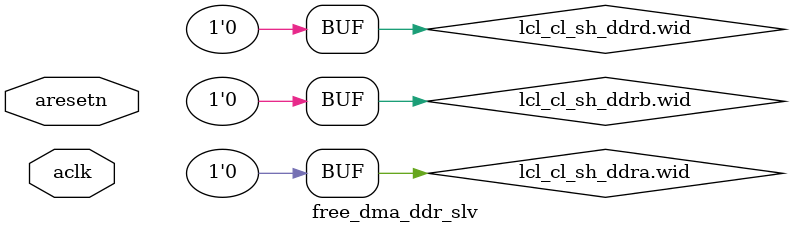
<source format=sv>

module free_dma_ddr_slv
(
  input aclk,
  input aresetn,

  //Input from DMA
  axi_bus_t.master sh_cl_dma_pcis_bus,
  //Input from CL
  axi_bus_t.master cl_axi_mstr_bus,

  //Outputs to DDR
  axi_bus_t.slave lcl_cl_sh_ddra,
  axi_bus_t.slave lcl_cl_sh_ddrb,
  axi_bus_t.slave lcl_cl_sh_ddrd,
  axi_bus_t.slave cl_sh_ddr
);


  //---------------------------------------------------------
  //Internal Signals
  //---------------------------------------------------------
  axi_bus_t sh_cl_dma_pcis_q();
  axi_bus_t lcl_cl_sh_ddra_q();
  axi_bus_t lcl_cl_sh_ddrb_q();
  axi_bus_t lcl_cl_sh_ddrd_q();
  axi_bus_t lcl_cl_sh_ddra_q2();
  axi_bus_t lcl_cl_sh_ddrb_q2();
  axi_bus_t lcl_cl_sh_ddrd_q2();
  axi_bus_t cl_sh_ddr_q();
  axi_bus_t cl_sh_ddr_q2();

  //--------------------------------------------------------
  // Reset logic
  //-------------------------------------------------------
  //Synchronize across SLRs
  (* dont_touch = "true" *) logic slr0_sync_aresetn;
  (* dont_touch = "true" *) logic slr1_sync_aresetn;
  (* dont_touch = "true" *) logic slr2_sync_aresetn;
  lib_pipe #(.WIDTH(1), .STAGES(4)) SLR0_PIPE_RESETN (
    .clk(aclk),
    .rst_n(1'b1),
    .in_bus(aresetn),
    .out_bus(slr0_sync_aresetn)
  );
  lib_pipe #(.WIDTH(1), .STAGES(4)) SLR1_PIPE_RESETN (
    .clk(aclk),
    .rst_n(1'b1),
    .in_bus(aresetn),
    .out_bus(slr1_sync_aresetn)
  );
  lib_pipe #(.WIDTH(1), .STAGES(4)) SLR2_PIPE_RESETN (
    .clk(aclk),
    .rst_n(1'b1),
    .in_bus(aresetn),
    .out_bus(slr2_sync_aresetn)
  );


  //--------------------------------------------------------
  // Flop inputs
  //-------------------------------------------------------
  //
  axi_register_slice PCI_AXI_REG_SLC (
     .aclk          (aclk),
     .aresetn       (slr0_sync_aresetn),
     .s_axi_awid    (sh_cl_dma_pcis_bus.awid),
     .s_axi_awaddr  (sh_cl_dma_pcis_bus.awaddr),
     .s_axi_awlen   (sh_cl_dma_pcis_bus.awlen),
     .s_axi_awvalid (sh_cl_dma_pcis_bus.awvalid),
     .s_axi_awsize  (sh_cl_dma_pcis_bus.awsize),
     .s_axi_awready (sh_cl_dma_pcis_bus.awready),
     .s_axi_wdata   (sh_cl_dma_pcis_bus.wdata),
     .s_axi_wstrb   (sh_cl_dma_pcis_bus.wstrb),
     .s_axi_wlast   (sh_cl_dma_pcis_bus.wlast),
     .s_axi_wvalid  (sh_cl_dma_pcis_bus.wvalid),
     .s_axi_wready  (sh_cl_dma_pcis_bus.wready),
     .s_axi_bid     (sh_cl_dma_pcis_bus.bid),
     .s_axi_bresp   (sh_cl_dma_pcis_bus.bresp),
     .s_axi_bvalid  (sh_cl_dma_pcis_bus.bvalid),
     .s_axi_bready  (sh_cl_dma_pcis_bus.bready),
     .s_axi_arid    (sh_cl_dma_pcis_bus.arid),
     .s_axi_araddr  (sh_cl_dma_pcis_bus.araddr),
     .s_axi_arlen   (sh_cl_dma_pcis_bus.arlen),
     .s_axi_arvalid (sh_cl_dma_pcis_bus.arvalid),
     .s_axi_arsize  (sh_cl_dma_pcis_bus.arsize),
     .s_axi_arready (sh_cl_dma_pcis_bus.arready),
     .s_axi_rid     (sh_cl_dma_pcis_bus.rid),
     .s_axi_rdata   (sh_cl_dma_pcis_bus.rdata),
     .s_axi_rresp   (sh_cl_dma_pcis_bus.rresp),
     .s_axi_rlast   (sh_cl_dma_pcis_bus.rlast),
     .s_axi_rvalid  (sh_cl_dma_pcis_bus.rvalid),
     .s_axi_rready  (sh_cl_dma_pcis_bus.rready),

     .m_axi_awid    (sh_cl_dma_pcis_q.awid),
     .m_axi_awaddr  (sh_cl_dma_pcis_q.awaddr),
     .m_axi_awlen   (sh_cl_dma_pcis_q.awlen),
     .m_axi_awvalid (sh_cl_dma_pcis_q.awvalid),
     .m_axi_awsize  (sh_cl_dma_pcis_q.awsize),
     .m_axi_awready (sh_cl_dma_pcis_q.awready),
     .m_axi_wdata   (sh_cl_dma_pcis_q.wdata),
     .m_axi_wstrb   (sh_cl_dma_pcis_q.wstrb),
     .m_axi_wvalid  (sh_cl_dma_pcis_q.wvalid),
     .m_axi_wlast   (sh_cl_dma_pcis_q.wlast),
     .m_axi_wready  (sh_cl_dma_pcis_q.wready),
     .m_axi_bresp   (sh_cl_dma_pcis_q.bresp),
     .m_axi_bvalid  (sh_cl_dma_pcis_q.bvalid),
     .m_axi_bid     (sh_cl_dma_pcis_q.bid),
     .m_axi_bready  (sh_cl_dma_pcis_q.bready),
     .m_axi_arid    (sh_cl_dma_pcis_q.arid),
     .m_axi_araddr  (sh_cl_dma_pcis_q.araddr),
     .m_axi_arlen   (sh_cl_dma_pcis_q.arlen),
     .m_axi_arsize  (sh_cl_dma_pcis_q.arsize),
     .m_axi_arvalid (sh_cl_dma_pcis_q.arvalid),
     .m_axi_arready (sh_cl_dma_pcis_q.arready),
     .m_axi_rid     (sh_cl_dma_pcis_q.rid),
     .m_axi_rdata   (sh_cl_dma_pcis_q.rdata),
     .m_axi_rresp   (sh_cl_dma_pcis_q.rresp),
     .m_axi_rlast   (sh_cl_dma_pcis_q.rlast),
     .m_axi_rvalid  (sh_cl_dma_pcis_q.rvalid),
     .m_axi_rready  (sh_cl_dma_pcis_q.rready)
  );
  //Tie off unused wires
  assign sh_cl_dma_pcis_q.rid[15:6] = 10'b0 ;
  assign sh_cl_dma_pcis_q.bid[15:6] = 10'b0 ;

  //--------------------------------------------------------
  // AXI crossbar
  //-------------------------------------------------------
  (* dont_touch = "true" *) cl_axi_interconnect DMA_DDR_AXI_CROSSBAR(
    .ACLK(aclk),
    .ARESETN(slr1_sync_aresetn),

    .M00_AXI_araddr(lcl_cl_sh_ddra_q.araddr),
    .M00_AXI_arburst(),
    .M00_AXI_arcache(),
    .M00_AXI_arid(lcl_cl_sh_ddra_q.arid[6:0]),
    .M00_AXI_arlen(lcl_cl_sh_ddra_q.arlen),
    .M00_AXI_arlock(),
    .M00_AXI_arprot(),
    .M00_AXI_arqos(),
    .M00_AXI_arready(lcl_cl_sh_ddra_q.arready),
    .M00_AXI_arregion(),
    .M00_AXI_arsize(lcl_cl_sh_ddra_q.arsize),
    .M00_AXI_arvalid(lcl_cl_sh_ddra_q.arvalid),
    .M00_AXI_awaddr(lcl_cl_sh_ddra_q.awaddr),
    .M00_AXI_awburst(),
    .M00_AXI_awcache(),
    .M00_AXI_awid(lcl_cl_sh_ddra_q.awid[6:0]),
    .M00_AXI_awlen(lcl_cl_sh_ddra_q.awlen),
    .M00_AXI_awlock(),
    .M00_AXI_awprot(),
    .M00_AXI_awqos(),
    .M00_AXI_awready(lcl_cl_sh_ddra_q.awready),
    .M00_AXI_awregion(),
    .M00_AXI_awsize(lcl_cl_sh_ddra_q.awsize),
    .M00_AXI_awvalid(lcl_cl_sh_ddra_q.awvalid),
    .M00_AXI_bid(lcl_cl_sh_ddra_q.bid[6:0]),
    .M00_AXI_bready(lcl_cl_sh_ddra_q.bready),
    .M00_AXI_bresp(lcl_cl_sh_ddra_q.bresp),
    .M00_AXI_bvalid(lcl_cl_sh_ddra_q.bvalid),
    .M00_AXI_rdata(lcl_cl_sh_ddra_q.rdata),
    .M00_AXI_rid(lcl_cl_sh_ddra_q.rid[6:0]),
    .M00_AXI_rlast(lcl_cl_sh_ddra_q.rlast),
    .M00_AXI_rready(lcl_cl_sh_ddra_q.rready),
    .M00_AXI_rresp(lcl_cl_sh_ddra_q.rresp),
    .M00_AXI_rvalid(lcl_cl_sh_ddra_q.rvalid),
    .M00_AXI_wdata(lcl_cl_sh_ddra_q.wdata),
    .M00_AXI_wlast(lcl_cl_sh_ddra_q.wlast),
    .M00_AXI_wready(lcl_cl_sh_ddra_q.wready),
    .M00_AXI_wstrb(lcl_cl_sh_ddra_q.wstrb),
    .M00_AXI_wvalid(lcl_cl_sh_ddra_q.wvalid),

    .M01_AXI_araddr(lcl_cl_sh_ddrb_q.araddr),
    .M01_AXI_arburst(),
    .M01_AXI_arcache(),
    .M01_AXI_arid(lcl_cl_sh_ddrb_q.arid[6:0]),
    .M01_AXI_arlen(lcl_cl_sh_ddrb_q.arlen),
    .M01_AXI_arlock(),
    .M01_AXI_arprot(),
    .M01_AXI_arqos(),
    .M01_AXI_arready(lcl_cl_sh_ddrb_q.arready),
    .M01_AXI_arregion(),
    .M01_AXI_arsize(lcl_cl_sh_ddrb_q.arsize),
    .M01_AXI_arvalid(lcl_cl_sh_ddrb_q.arvalid),
    .M01_AXI_awaddr(lcl_cl_sh_ddrb_q.awaddr),
    .M01_AXI_awburst(),
    .M01_AXI_awcache(),
    .M01_AXI_awid(lcl_cl_sh_ddrb_q.awid[6:0]),
    .M01_AXI_awlen(lcl_cl_sh_ddrb_q.awlen),
    .M01_AXI_awlock(),
    .M01_AXI_awprot(),
    .M01_AXI_awqos(),
    .M01_AXI_awready(lcl_cl_sh_ddrb_q.awready),
    .M01_AXI_awregion(),
    .M01_AXI_awsize(lcl_cl_sh_ddrb_q.awsize),
    .M01_AXI_awvalid(lcl_cl_sh_ddrb_q.awvalid),
    .M01_AXI_bid(lcl_cl_sh_ddrb_q.bid[6:0]),
    .M01_AXI_bready(lcl_cl_sh_ddrb_q.bready),
    .M01_AXI_bresp(lcl_cl_sh_ddrb_q.bresp),
    .M01_AXI_bvalid(lcl_cl_sh_ddrb_q.bvalid),
    .M01_AXI_rdata(lcl_cl_sh_ddrb_q.rdata),
    .M01_AXI_rid(lcl_cl_sh_ddrb_q.rid[6:0]),
    .M01_AXI_rlast(lcl_cl_sh_ddrb_q.rlast),
    .M01_AXI_rready(lcl_cl_sh_ddrb_q.rready),
    .M01_AXI_rresp(lcl_cl_sh_ddrb_q.rresp),
    .M01_AXI_rvalid(lcl_cl_sh_ddrb_q.rvalid),
    .M01_AXI_wdata(lcl_cl_sh_ddrb_q.wdata),
    .M01_AXI_wlast(lcl_cl_sh_ddrb_q.wlast),
    .M01_AXI_wready(lcl_cl_sh_ddrb_q.wready),
    .M01_AXI_wstrb(lcl_cl_sh_ddrb_q.wstrb),
    .M01_AXI_wvalid(lcl_cl_sh_ddrb_q.wvalid),


    .M02_AXI_araddr(cl_sh_ddr_q.araddr),
    .M02_AXI_arburst(),
    .M02_AXI_arcache(),
    .M02_AXI_arid(cl_sh_ddr_q.arid[6:0]),
    .M02_AXI_arlen(cl_sh_ddr_q.arlen),
    .M02_AXI_arlock(),
    .M02_AXI_arprot(),
    .M02_AXI_arqos(),
    .M02_AXI_arready(cl_sh_ddr_q.arready),
    .M02_AXI_arregion(),
    .M02_AXI_arsize(cl_sh_ddr_q.arsize),
    .M02_AXI_arvalid(cl_sh_ddr_q.arvalid),
    .M02_AXI_awaddr(cl_sh_ddr_q.awaddr),
    .M02_AXI_awburst(),
    .M02_AXI_awcache(),
    .M02_AXI_awid(cl_sh_ddr_q.awid[6:0]),
    .M02_AXI_awlen(cl_sh_ddr_q.awlen),
    .M02_AXI_awlock(),
    .M02_AXI_awprot(),
    .M02_AXI_awqos(),
    .M02_AXI_awready(cl_sh_ddr_q.awready),
    .M02_AXI_awregion(),
    .M02_AXI_awsize(cl_sh_ddr_q.awsize),
    .M02_AXI_awvalid(cl_sh_ddr_q.awvalid),
    .M02_AXI_bid(cl_sh_ddr_q.bid[6:0]),
    .M02_AXI_bready(cl_sh_ddr_q.bready),
    .M02_AXI_bresp(cl_sh_ddr_q.bresp),
    .M02_AXI_bvalid(cl_sh_ddr_q.bvalid),
    .M02_AXI_rdata(cl_sh_ddr_q.rdata),
    .M02_AXI_rid(cl_sh_ddr_q.rid[6:0]),
    .M02_AXI_rlast(cl_sh_ddr_q.rlast),
    .M02_AXI_rready(cl_sh_ddr_q.rready),
    .M02_AXI_rresp(cl_sh_ddr_q.rresp),
    .M02_AXI_rvalid(cl_sh_ddr_q.rvalid),
    .M02_AXI_wdata(cl_sh_ddr_q.wdata),
    .M02_AXI_wlast(cl_sh_ddr_q.wlast),
    .M02_AXI_wready(cl_sh_ddr_q.wready),
    .M02_AXI_wstrb(cl_sh_ddr_q.wstrb),
    .M02_AXI_wvalid(cl_sh_ddr_q.wvalid),

    .M03_AXI_araddr(lcl_cl_sh_ddrd_q.araddr),
    .M03_AXI_arburst(),
    .M03_AXI_arcache(),
    .M03_AXI_arid(lcl_cl_sh_ddrd_q.arid[6:0]),
    .M03_AXI_arlen(lcl_cl_sh_ddrd_q.arlen),
    .M03_AXI_arlock(),
    .M03_AXI_arprot(),
    .M03_AXI_arqos(),
    .M03_AXI_arready(lcl_cl_sh_ddrd_q.arready),
    .M03_AXI_arregion(),
    .M03_AXI_arsize(lcl_cl_sh_ddrd_q.arsize),
    .M03_AXI_arvalid(lcl_cl_sh_ddrd_q.arvalid),
    .M03_AXI_awaddr(lcl_cl_sh_ddrd_q.awaddr),
    .M03_AXI_awburst(),
    .M03_AXI_awcache(),
    .M03_AXI_awid(lcl_cl_sh_ddrd_q.awid[6:0]),
    .M03_AXI_awlen(lcl_cl_sh_ddrd_q.awlen),
    .M03_AXI_awlock(),
    .M03_AXI_awprot(),
    .M03_AXI_awqos(),
    .M03_AXI_awready(lcl_cl_sh_ddrd_q.awready),
    .M03_AXI_awregion(),
    .M03_AXI_awsize(lcl_cl_sh_ddrd_q.awsize),
    .M03_AXI_awvalid(lcl_cl_sh_ddrd_q.awvalid),
    .M03_AXI_bid(lcl_cl_sh_ddrd_q.bid[6:0]),
    .M03_AXI_bready(lcl_cl_sh_ddrd_q.bready),
    .M03_AXI_bresp(lcl_cl_sh_ddrd_q.bresp),
    .M03_AXI_bvalid(lcl_cl_sh_ddrd_q.bvalid),
    .M03_AXI_rdata(lcl_cl_sh_ddrd_q.rdata),
    .M03_AXI_rid(lcl_cl_sh_ddrd_q.rid[6:0]),
    .M03_AXI_rlast(lcl_cl_sh_ddrd_q.rlast),
    .M03_AXI_rready(lcl_cl_sh_ddrd_q.rready),
    .M03_AXI_rresp(lcl_cl_sh_ddrd_q.rresp),
    .M03_AXI_rvalid(lcl_cl_sh_ddrd_q.rvalid),
    .M03_AXI_wdata(lcl_cl_sh_ddrd_q.wdata),
    .M03_AXI_wlast(lcl_cl_sh_ddrd_q.wlast),
    .M03_AXI_wready(lcl_cl_sh_ddrd_q.wready),
    .M03_AXI_wstrb(lcl_cl_sh_ddrd_q.wstrb),
    .M03_AXI_wvalid(lcl_cl_sh_ddrd_q.wvalid),



    .S00_AXI_araddr({sh_cl_dma_pcis_q.araddr[63:37], 1'b0, sh_cl_dma_pcis_q.araddr[35:0]}),
    .S00_AXI_arburst(2'b1),
    .S00_AXI_arcache(4'b11),
    .S00_AXI_arid(sh_cl_dma_pcis_q.arid[5:0]),
    .S00_AXI_arlen(sh_cl_dma_pcis_q.arlen),
    .S00_AXI_arlock(1'b0),
    .S00_AXI_arprot(3'b10),
    .S00_AXI_arqos(4'b0),
    .S00_AXI_arready(sh_cl_dma_pcis_q.arready),
    .S00_AXI_arregion(4'b0),
    .S00_AXI_arsize(sh_cl_dma_pcis_q.arsize),
    .S00_AXI_arvalid(sh_cl_dma_pcis_q.arvalid),
    .S00_AXI_awaddr({sh_cl_dma_pcis_q.awaddr[63:37], 1'b0, sh_cl_dma_pcis_q.awaddr[35:0]}),
    .S00_AXI_awburst(2'b1),
    .S00_AXI_awcache(4'b11),
    .S00_AXI_awid(sh_cl_dma_pcis_q.awid[5:0]),
    .S00_AXI_awlen(sh_cl_dma_pcis_q.awlen),
    .S00_AXI_awlock(1'b0),
    .S00_AXI_awprot(3'b10),
    .S00_AXI_awqos(4'b0),
    .S00_AXI_awready(sh_cl_dma_pcis_q.awready),
    .S00_AXI_awregion(4'b0),
    .S00_AXI_awsize(sh_cl_dma_pcis_q.awsize),
    .S00_AXI_awvalid(sh_cl_dma_pcis_q.awvalid),
    .S00_AXI_bid(sh_cl_dma_pcis_q.bid[5:0]),
    .S00_AXI_bready(sh_cl_dma_pcis_q.bready),
    .S00_AXI_bresp(sh_cl_dma_pcis_q.bresp),
    .S00_AXI_bvalid(sh_cl_dma_pcis_q.bvalid),
    .S00_AXI_rdata(sh_cl_dma_pcis_q.rdata),
    .S00_AXI_rid(sh_cl_dma_pcis_q.rid[5:0]),
    .S00_AXI_rlast(sh_cl_dma_pcis_q.rlast),
    .S00_AXI_rready(sh_cl_dma_pcis_q.rready),
    .S00_AXI_rresp(sh_cl_dma_pcis_q.rresp),
    .S00_AXI_rvalid(sh_cl_dma_pcis_q.rvalid),
    .S00_AXI_wdata(sh_cl_dma_pcis_q.wdata),
    .S00_AXI_wlast(sh_cl_dma_pcis_q.wlast),
    .S00_AXI_wready(sh_cl_dma_pcis_q.wready),
    .S00_AXI_wstrb(sh_cl_dma_pcis_q.wstrb),
    .S00_AXI_wvalid(sh_cl_dma_pcis_q.wvalid),

    .S01_AXI_araddr({cl_axi_mstr_bus.araddr[63:37], 1'b0, cl_axi_mstr_bus.araddr[35:0]}),
    .S01_AXI_arburst(2'b1),
    .S01_AXI_arcache(4'b11),
    .S01_AXI_arid(cl_axi_mstr_bus.arid[5:0]),
    .S01_AXI_arlen(cl_axi_mstr_bus.arlen),
    .S01_AXI_arlock(1'b0),
    .S01_AXI_arprot(3'b10),
    .S01_AXI_arqos(4'b0),
    .S01_AXI_arready(cl_axi_mstr_bus.arready),
    .S01_AXI_arregion(4'b0),
    .S01_AXI_arsize(cl_axi_mstr_bus.arsize),
    .S01_AXI_arvalid(cl_axi_mstr_bus.arvalid),
    .S01_AXI_awaddr({cl_axi_mstr_bus.awaddr[63:37], 1'b0, cl_axi_mstr_bus.awaddr[35:0]}),
    .S01_AXI_awburst(2'b1),
    .S01_AXI_awcache(4'b11),
    .S01_AXI_awid(cl_axi_mstr_bus.awid[5:0]),
    .S01_AXI_awlen(cl_axi_mstr_bus.awlen),
    .S01_AXI_awlock(1'b0),
    .S01_AXI_awprot(3'b10),
    .S01_AXI_awqos(4'b0),
    .S01_AXI_awready(cl_axi_mstr_bus.awready),
    .S01_AXI_awregion(4'b0),
    .S01_AXI_awsize(cl_axi_mstr_bus.awsize),
    .S01_AXI_awvalid(cl_axi_mstr_bus.awvalid),
    .S01_AXI_bid(cl_axi_mstr_bus.bid[5:0]),
    .S01_AXI_bready(cl_axi_mstr_bus.bready),
    .S01_AXI_bresp(cl_axi_mstr_bus.bresp),
    .S01_AXI_bvalid(cl_axi_mstr_bus.bvalid),
    .S01_AXI_rdata(cl_axi_mstr_bus.rdata),
    .S01_AXI_rid(cl_axi_mstr_bus.rid[5:0]),
    .S01_AXI_rlast(cl_axi_mstr_bus.rlast),
    .S01_AXI_rready(cl_axi_mstr_bus.rready),
    .S01_AXI_rresp(cl_axi_mstr_bus.rresp),
    .S01_AXI_rvalid(cl_axi_mstr_bus.rvalid),
    .S01_AXI_wdata(cl_axi_mstr_bus.wdata),
    .S01_AXI_wlast(cl_axi_mstr_bus.wlast),
    .S01_AXI_wready(cl_axi_mstr_bus.wready),
    .S01_AXI_wstrb(cl_axi_mstr_bus.wstrb),
    .S01_AXI_wvalid(cl_axi_mstr_bus.wvalid)
  );


  //----------------------------------------------
  //DDR A output flops
  //----------------------------------------------
  src_register_slice DDR_A_AXI4_REG_SLC_1 (
    .aclk           (aclk),
    .aresetn        (slr1_sync_aresetn),
    .s_axi_awid     (lcl_cl_sh_ddra_q.awid),
    .s_axi_awaddr   ({lcl_cl_sh_ddra_q.awaddr[63:36], 2'b0, lcl_cl_sh_ddra_q.awaddr[33:0]}),
    .s_axi_awlen    (lcl_cl_sh_ddra_q.awlen),
    .s_axi_awsize   (lcl_cl_sh_ddra_q.awsize),
    .s_axi_awburst  (2'b1),
    .s_axi_awlock   (1'b0),
    .s_axi_awcache  (4'b11),
    .s_axi_awprot   (3'b10),
    .s_axi_awregion (4'b0),
    .s_axi_awqos    (4'b0),
    .s_axi_awvalid  (lcl_cl_sh_ddra_q.awvalid),
    .s_axi_awready  (lcl_cl_sh_ddra_q.awready),
    .s_axi_wdata    (lcl_cl_sh_ddra_q.wdata),
    .s_axi_wstrb    (lcl_cl_sh_ddra_q.wstrb),
    .s_axi_wlast    (lcl_cl_sh_ddra_q.wlast),
    .s_axi_wvalid   (lcl_cl_sh_ddra_q.wvalid),
    .s_axi_wready   (lcl_cl_sh_ddra_q.wready),
    .s_axi_bid      (lcl_cl_sh_ddra_q.bid),
    .s_axi_bresp    (lcl_cl_sh_ddra_q.bresp),
    .s_axi_bvalid   (lcl_cl_sh_ddra_q.bvalid),
    .s_axi_bready   (lcl_cl_sh_ddra_q.bready),
    .s_axi_arid     (lcl_cl_sh_ddra_q.arid),
    .s_axi_araddr   ({lcl_cl_sh_ddra_q.araddr[63:36], 2'b0, lcl_cl_sh_ddra_q.araddr[33:0]}),
    .s_axi_arlen    (lcl_cl_sh_ddra_q.arlen),
    .s_axi_arsize   (lcl_cl_sh_ddra_q.arsize),
    .s_axi_arburst  (2'b1),
    .s_axi_arlock   (1'b0),
    .s_axi_arcache  (4'b11),
    .s_axi_arprot   (3'b10),
    .s_axi_arregion (4'b0),
    .s_axi_arqos    (4'b0),
    .s_axi_arvalid  (lcl_cl_sh_ddra_q.arvalid),
    .s_axi_arready  (lcl_cl_sh_ddra_q.arready),
    .s_axi_rid      (lcl_cl_sh_ddra_q.rid),
    .s_axi_rdata    (lcl_cl_sh_ddra_q.rdata),
    .s_axi_rresp    (lcl_cl_sh_ddra_q.rresp),
    .s_axi_rlast    (lcl_cl_sh_ddra_q.rlast),
    .s_axi_rvalid   (lcl_cl_sh_ddra_q.rvalid),
    .s_axi_rready   (lcl_cl_sh_ddra_q.rready),
    .m_axi_awid     (lcl_cl_sh_ddra_q2.awid),
    .m_axi_awaddr   (lcl_cl_sh_ddra_q2.awaddr),
    .m_axi_awlen    (lcl_cl_sh_ddra_q2.awlen),
    .m_axi_awsize   (lcl_cl_sh_ddra_q2.awsize),
    .m_axi_awburst  (),
    .m_axi_awlock   (),
    .m_axi_awcache  (),
    .m_axi_awprot   (),
    .m_axi_awregion (),
    .m_axi_awqos    (),
    .m_axi_awvalid  (lcl_cl_sh_ddra_q2.awvalid),
    .m_axi_awready  (lcl_cl_sh_ddra_q2.awready),
    .m_axi_wdata    (lcl_cl_sh_ddra_q2.wdata),
    .m_axi_wstrb    (lcl_cl_sh_ddra_q2.wstrb),
    .m_axi_wlast    (lcl_cl_sh_ddra_q2.wlast),
    .m_axi_wvalid   (lcl_cl_sh_ddra_q2.wvalid),
    .m_axi_wready   (lcl_cl_sh_ddra_q2.wready),
    .m_axi_bid      (lcl_cl_sh_ddra_q2.bid),
    .m_axi_bresp    (lcl_cl_sh_ddra_q2.bresp),
    .m_axi_bvalid   (lcl_cl_sh_ddra_q2.bvalid),
    .m_axi_bready   (lcl_cl_sh_ddra_q2.bready),
    .m_axi_arid     (lcl_cl_sh_ddra_q2.arid),
    .m_axi_araddr   (lcl_cl_sh_ddra_q2.araddr),
    .m_axi_arlen    (lcl_cl_sh_ddra_q2.arlen),
    .m_axi_arsize   (lcl_cl_sh_ddra_q2.arsize),
    .m_axi_arburst  (),
    .m_axi_arlock   (),
    .m_axi_arcache  (),
    .m_axi_arprot   (),
    .m_axi_arregion (),
    .m_axi_arqos    (),
    .m_axi_arvalid  (lcl_cl_sh_ddra_q2.arvalid),
    .m_axi_arready  (lcl_cl_sh_ddra_q2.arready),
    .m_axi_rid      (lcl_cl_sh_ddra_q2.rid),
    .m_axi_rdata    (lcl_cl_sh_ddra_q2.rdata),
    .m_axi_rresp    (lcl_cl_sh_ddra_q2.rresp),
    .m_axi_rlast    (lcl_cl_sh_ddra_q2.rlast),
    .m_axi_rvalid   (lcl_cl_sh_ddra_q2.rvalid),
    .m_axi_rready   (lcl_cl_sh_ddra_q2.rready)
  );
  dest_register_slice DDR_A_AXI4_REG_SLC_2 (
    .aclk           (aclk),
    .aresetn        (slr2_sync_aresetn),
    .s_axi_awid     (lcl_cl_sh_ddra_q2.awid),
    .s_axi_awaddr   (lcl_cl_sh_ddra_q2.awaddr),
    .s_axi_awlen    (lcl_cl_sh_ddra_q2.awlen),
    .s_axi_awsize   (lcl_cl_sh_ddra_q2.awsize),
    .s_axi_awburst  (2'b1),
    .s_axi_awlock   (1'b0),
    .s_axi_awcache  (4'b11),
    .s_axi_awprot   (3'b10),
    .s_axi_awregion (4'b0),
    .s_axi_awqos    (4'b0),
    .s_axi_awvalid  (lcl_cl_sh_ddra_q2.awvalid),
    .s_axi_awready  (lcl_cl_sh_ddra_q2.awready),
    .s_axi_wdata    (lcl_cl_sh_ddra_q2.wdata),
    .s_axi_wstrb    (lcl_cl_sh_ddra_q2.wstrb),
    .s_axi_wlast    (lcl_cl_sh_ddra_q2.wlast),
    .s_axi_wvalid   (lcl_cl_sh_ddra_q2.wvalid),
    .s_axi_wready   (lcl_cl_sh_ddra_q2.wready),
    .s_axi_bid      (lcl_cl_sh_ddra_q2.bid),
    .s_axi_bresp    (lcl_cl_sh_ddra_q2.bresp),
    .s_axi_bvalid   (lcl_cl_sh_ddra_q2.bvalid),
    .s_axi_bready   (lcl_cl_sh_ddra_q2.bready),
    .s_axi_arid     (lcl_cl_sh_ddra_q2.arid),
    .s_axi_araddr   (lcl_cl_sh_ddra_q2.araddr),
    .s_axi_arlen    (lcl_cl_sh_ddra_q2.arlen),
    .s_axi_arsize   (lcl_cl_sh_ddra_q2.arsize),
    .s_axi_arburst  (2'b1),
    .s_axi_arlock   (1'b0),
    .s_axi_arcache  (4'b11),
    .s_axi_arprot   (3'b10),
    .s_axi_arregion (4'b0),
    .s_axi_arqos    (4'b0),
    .s_axi_arvalid  (lcl_cl_sh_ddra_q2.arvalid),
    .s_axi_arready  (lcl_cl_sh_ddra_q2.arready),
    .s_axi_rid      (lcl_cl_sh_ddra_q2.rid),
    .s_axi_rdata    (lcl_cl_sh_ddra_q2.rdata),
    .s_axi_rresp    (lcl_cl_sh_ddra_q2.rresp),
    .s_axi_rlast    (lcl_cl_sh_ddra_q2.rlast),
    .s_axi_rvalid   (lcl_cl_sh_ddra_q2.rvalid),
    .s_axi_rready   (lcl_cl_sh_ddra_q2.rready),
    .m_axi_awid     (lcl_cl_sh_ddra.awid[6:0]),
    .m_axi_awaddr   (lcl_cl_sh_ddra.awaddr),
    .m_axi_awlen    (lcl_cl_sh_ddra.awlen),
    .m_axi_awsize   (lcl_cl_sh_ddra.awsize),
    .m_axi_awburst  (),
    .m_axi_awlock   (),
    .m_axi_awcache  (),
    .m_axi_awprot   (),
    .m_axi_awregion (),
    .m_axi_awqos    (),
    .m_axi_awvalid  (lcl_cl_sh_ddra.awvalid),
    .m_axi_awready  (lcl_cl_sh_ddra.awready),
    .m_axi_wdata    (lcl_cl_sh_ddra.wdata),
    .m_axi_wstrb    (lcl_cl_sh_ddra.wstrb),
    .m_axi_wlast    (lcl_cl_sh_ddra.wlast),
    .m_axi_wvalid   (lcl_cl_sh_ddra.wvalid),
    .m_axi_wready   (lcl_cl_sh_ddra.wready),
    .m_axi_bid      (lcl_cl_sh_ddra.bid),
    .m_axi_bresp    (lcl_cl_sh_ddra.bresp),
    .m_axi_bvalid   (lcl_cl_sh_ddra.bvalid),
    .m_axi_bready   (lcl_cl_sh_ddra.bready),
    .m_axi_arid     (lcl_cl_sh_ddra.arid[6:0]),
    .m_axi_araddr   (lcl_cl_sh_ddra.araddr),
    .m_axi_arlen    (lcl_cl_sh_ddra.arlen),
    .m_axi_arsize   (lcl_cl_sh_ddra.arsize),
    .m_axi_arburst  (),
    .m_axi_arlock   (),
    .m_axi_arcache  (),
    .m_axi_arprot   (),
    .m_axi_arregion (),
    .m_axi_arqos    (),
    .m_axi_arvalid  (lcl_cl_sh_ddra.arvalid),
    .m_axi_arready  (lcl_cl_sh_ddra.arready),
    .m_axi_rid      (lcl_cl_sh_ddra.rid),
    .m_axi_rdata    (lcl_cl_sh_ddra.rdata),
    .m_axi_rresp    (lcl_cl_sh_ddra.rresp),
    .m_axi_rlast    (lcl_cl_sh_ddra.rlast),
    .m_axi_rvalid   (lcl_cl_sh_ddra.rvalid),
    .m_axi_rready   (lcl_cl_sh_ddra.rready)
  );
  assign lcl_cl_sh_ddra.awid[15:7] = 9'b0;
  assign lcl_cl_sh_ddra.wid = 16'b0;
  assign lcl_cl_sh_ddra.arid[15:7] = 9'b0;

  //----------------------------------------------
  //DDR B output flops
  //----------------------------------------------
  src_register_slice DDR_B_AXI4_REG_SLC_1 (
    .aclk           (aclk),
    .aresetn        (slr1_sync_aresetn),
    .s_axi_awid     (lcl_cl_sh_ddrb_q.awid),
    .s_axi_awaddr   ({lcl_cl_sh_ddrb_q.awaddr[63:36], 2'b0, lcl_cl_sh_ddrb_q.awaddr[33:0]}),
    .s_axi_awlen    (lcl_cl_sh_ddrb_q.awlen),
    .s_axi_awsize   (lcl_cl_sh_ddrb_q.awsize),
    .s_axi_awburst  (2'b1),
    .s_axi_awlock   (1'b0),
    .s_axi_awcache  (4'b11),
    .s_axi_awprot   (3'b10),
    .s_axi_awregion (4'b0),
    .s_axi_awqos    (4'b0),
    .s_axi_awvalid  (lcl_cl_sh_ddrb_q.awvalid),
    .s_axi_awready  (lcl_cl_sh_ddrb_q.awready),
    .s_axi_wdata    (lcl_cl_sh_ddrb_q.wdata),
    .s_axi_wstrb    (lcl_cl_sh_ddrb_q.wstrb),
    .s_axi_wlast    (lcl_cl_sh_ddrb_q.wlast),
    .s_axi_wvalid   (lcl_cl_sh_ddrb_q.wvalid),
    .s_axi_wready   (lcl_cl_sh_ddrb_q.wready),
    .s_axi_bid      (lcl_cl_sh_ddrb_q.bid),
    .s_axi_bresp    (lcl_cl_sh_ddrb_q.bresp),
    .s_axi_bvalid   (lcl_cl_sh_ddrb_q.bvalid),
    .s_axi_bready   (lcl_cl_sh_ddrb_q.bready),
    .s_axi_arid     (lcl_cl_sh_ddrb_q.arid),
    .s_axi_araddr   ({lcl_cl_sh_ddrb_q.araddr[63:36], 2'b0, lcl_cl_sh_ddrb_q.araddr[33:0]}),
    .s_axi_arlen    (lcl_cl_sh_ddrb_q.arlen),
    .s_axi_arsize   (lcl_cl_sh_ddrb_q.arsize),
    .s_axi_arburst  (2'b1),
    .s_axi_arlock   (1'b0),
    .s_axi_arcache  (4'b11),
    .s_axi_arprot   (3'b10),
    .s_axi_arregion (4'b0),
    .s_axi_arqos    (4'b0),
    .s_axi_arvalid  (lcl_cl_sh_ddrb_q.arvalid),
    .s_axi_arready  (lcl_cl_sh_ddrb_q.arready),
    .s_axi_rid      (lcl_cl_sh_ddrb_q.rid),
    .s_axi_rdata    (lcl_cl_sh_ddrb_q.rdata),
    .s_axi_rresp    (lcl_cl_sh_ddrb_q.rresp),
    .s_axi_rlast    (lcl_cl_sh_ddrb_q.rlast),
    .s_axi_rvalid   (lcl_cl_sh_ddrb_q.rvalid),
    .s_axi_rready   (lcl_cl_sh_ddrb_q.rready),
    .m_axi_awid     (lcl_cl_sh_ddrb_q2.awid),
    .m_axi_awaddr   (lcl_cl_sh_ddrb_q2.awaddr),
    .m_axi_awlen    (lcl_cl_sh_ddrb_q2.awlen),
    .m_axi_awsize   (lcl_cl_sh_ddrb_q2.awsize),
    .m_axi_awburst  (),
    .m_axi_awlock   (),
    .m_axi_awcache  (),
    .m_axi_awprot   (),
    .m_axi_awregion (),
    .m_axi_awqos    (),
    .m_axi_awvalid  (lcl_cl_sh_ddrb_q2.awvalid),
    .m_axi_awready  (lcl_cl_sh_ddrb_q2.awready),
    .m_axi_wdata    (lcl_cl_sh_ddrb_q2.wdata),
    .m_axi_wstrb    (lcl_cl_sh_ddrb_q2.wstrb),
    .m_axi_wlast    (lcl_cl_sh_ddrb_q2.wlast),
    .m_axi_wvalid   (lcl_cl_sh_ddrb_q2.wvalid),
    .m_axi_wready   (lcl_cl_sh_ddrb_q2.wready),
    .m_axi_bid      (lcl_cl_sh_ddrb_q2.bid),
    .m_axi_bresp    (lcl_cl_sh_ddrb_q2.bresp),
    .m_axi_bvalid   (lcl_cl_sh_ddrb_q2.bvalid),
    .m_axi_bready   (lcl_cl_sh_ddrb_q2.bready),
    .m_axi_arid     (lcl_cl_sh_ddrb_q2.arid),
    .m_axi_araddr   (lcl_cl_sh_ddrb_q2.araddr),
    .m_axi_arlen    (lcl_cl_sh_ddrb_q2.arlen),
    .m_axi_arsize   (lcl_cl_sh_ddrb_q2.arsize),
    .m_axi_arburst  (),
    .m_axi_arlock   (),
    .m_axi_arcache  (),
    .m_axi_arprot   (),
    .m_axi_arregion (),
    .m_axi_arqos    (),
    .m_axi_arvalid  (lcl_cl_sh_ddrb_q2.arvalid),
    .m_axi_arready  (lcl_cl_sh_ddrb_q2.arready),
    .m_axi_rid      (lcl_cl_sh_ddrb_q2.rid),
    .m_axi_rdata    (lcl_cl_sh_ddrb_q2.rdata),
    .m_axi_rresp    (lcl_cl_sh_ddrb_q2.rresp),
    .m_axi_rlast    (lcl_cl_sh_ddrb_q2.rlast),
    .m_axi_rvalid   (lcl_cl_sh_ddrb_q2.rvalid),
    .m_axi_rready   (lcl_cl_sh_ddrb_q2.rready)
  );
  dest_register_slice DDR_B_AXI4_REG_SLC_2 (
    .aclk           (aclk),
    .aresetn        (slr2_sync_aresetn),
    .s_axi_awid     (lcl_cl_sh_ddrb_q2.awid),
    .s_axi_awaddr   (lcl_cl_sh_ddrb_q2.awaddr),
    .s_axi_awlen    (lcl_cl_sh_ddrb_q2.awlen),
    .s_axi_awsize   (lcl_cl_sh_ddrb_q2.awsize),
    .s_axi_awburst  (2'b1),
    .s_axi_awlock   (1'b0),
    .s_axi_awcache  (4'b11),
    .s_axi_awprot   (3'b10),
    .s_axi_awregion (4'b0),
    .s_axi_awqos    (4'b0),
    .s_axi_awvalid  (lcl_cl_sh_ddrb_q2.awvalid),
    .s_axi_awready  (lcl_cl_sh_ddrb_q2.awready),
    .s_axi_wdata    (lcl_cl_sh_ddrb_q2.wdata),
    .s_axi_wstrb    (lcl_cl_sh_ddrb_q2.wstrb),
    .s_axi_wlast    (lcl_cl_sh_ddrb_q2.wlast),
    .s_axi_wvalid   (lcl_cl_sh_ddrb_q2.wvalid),
    .s_axi_wready   (lcl_cl_sh_ddrb_q2.wready),
    .s_axi_bid      (lcl_cl_sh_ddrb_q2.bid),
    .s_axi_bresp    (lcl_cl_sh_ddrb_q2.bresp),
    .s_axi_bvalid   (lcl_cl_sh_ddrb_q2.bvalid),
    .s_axi_bready   (lcl_cl_sh_ddrb_q2.bready),
    .s_axi_arid     (lcl_cl_sh_ddrb_q2.arid),
    .s_axi_araddr   (lcl_cl_sh_ddrb_q2.araddr),
    .s_axi_arlen    (lcl_cl_sh_ddrb_q2.arlen),
    .s_axi_arsize   (lcl_cl_sh_ddrb_q2.arsize),
    .s_axi_arburst  (2'b1),
    .s_axi_arlock   (1'b0),
    .s_axi_arcache  (4'b11),
    .s_axi_arprot   (3'b10),
    .s_axi_arregion (4'b0),
    .s_axi_arqos    (4'b0),
    .s_axi_arvalid  (lcl_cl_sh_ddrb_q2.arvalid),
    .s_axi_arready  (lcl_cl_sh_ddrb_q2.arready),
    .s_axi_rid      (lcl_cl_sh_ddrb_q2.rid),
    .s_axi_rdata    (lcl_cl_sh_ddrb_q2.rdata),
    .s_axi_rresp    (lcl_cl_sh_ddrb_q2.rresp),
    .s_axi_rlast    (lcl_cl_sh_ddrb_q2.rlast),
    .s_axi_rvalid   (lcl_cl_sh_ddrb_q2.rvalid),
    .s_axi_rready   (lcl_cl_sh_ddrb_q2.rready),
    .m_axi_awid     (lcl_cl_sh_ddrb.awid[6:0]),
    .m_axi_awaddr   (lcl_cl_sh_ddrb.awaddr),
    .m_axi_awlen    (lcl_cl_sh_ddrb.awlen),
    .m_axi_awsize   (lcl_cl_sh_ddrb.awsize),
    .m_axi_awburst  (),
    .m_axi_awlock   (),
    .m_axi_awcache  (),
    .m_axi_awprot   (),
    .m_axi_awregion (),
    .m_axi_awqos    (),
    .m_axi_awvalid  (lcl_cl_sh_ddrb.awvalid),
    .m_axi_awready  (lcl_cl_sh_ddrb.awready),
    .m_axi_wdata    (lcl_cl_sh_ddrb.wdata),
    .m_axi_wstrb    (lcl_cl_sh_ddrb.wstrb),
    .m_axi_wlast    (lcl_cl_sh_ddrb.wlast),
    .m_axi_wvalid   (lcl_cl_sh_ddrb.wvalid),
    .m_axi_wready   (lcl_cl_sh_ddrb.wready),
    .m_axi_bid      (lcl_cl_sh_ddrb.bid),
    .m_axi_bresp    (lcl_cl_sh_ddrb.bresp),
    .m_axi_bvalid   (lcl_cl_sh_ddrb.bvalid),
    .m_axi_bready   (lcl_cl_sh_ddrb.bready),
    .m_axi_arid     (lcl_cl_sh_ddrb.arid[6:0]),
    .m_axi_araddr   (lcl_cl_sh_ddrb.araddr),
    .m_axi_arlen    (lcl_cl_sh_ddrb.arlen),
    .m_axi_arsize   (lcl_cl_sh_ddrb.arsize),
    .m_axi_arburst  (),
    .m_axi_arlock   (),
    .m_axi_arcache  (),
    .m_axi_arprot   (),
    .m_axi_arregion (),
    .m_axi_arqos    (),
    .m_axi_arvalid  (lcl_cl_sh_ddrb.arvalid),
    .m_axi_arready  (lcl_cl_sh_ddrb.arready),
    .m_axi_rid      (lcl_cl_sh_ddrb.rid),
    .m_axi_rdata    (lcl_cl_sh_ddrb.rdata),
    .m_axi_rresp    (lcl_cl_sh_ddrb.rresp),
    .m_axi_rlast    (lcl_cl_sh_ddrb.rlast),
    .m_axi_rvalid   (lcl_cl_sh_ddrb.rvalid),
    .m_axi_rready   (lcl_cl_sh_ddrb.rready)
  );
  assign lcl_cl_sh_ddrb.awid[15:7] = 9'b0;
  assign lcl_cl_sh_ddrb.wid = 16'b0;
  assign lcl_cl_sh_ddrb.arid[15:7] = 9'b0;

  //----------------------------------------------
  //DDR C output flops
  //----------------------------------------------
  axi_register_slice DDR_C_AXI4_REG_SLC_1 (
    .aclk           (aclk),
    .aresetn        (slr1_sync_aresetn),
    .s_axi_awid     (cl_sh_ddr_q.awid),
    .s_axi_awaddr   ({cl_sh_ddr_q.awaddr[63:36], 2'b0, cl_sh_ddr_q.awaddr[33:0]}),
    .s_axi_awlen    (cl_sh_ddr_q.awlen),
    .s_axi_awsize   (cl_sh_ddr_q.awsize),
    //.s_axi_awburst  (2'b1),
    //.s_axi_awlock   (1'b0),
    //.s_axi_awcache  (4'b11),
    //.s_axi_awprot   (3'b10),
    //.s_axi_awregion (4'b0),
    //.s_axi_awqos    (4'b0),
    .s_axi_awvalid  (cl_sh_ddr_q.awvalid),
    .s_axi_awready  (cl_sh_ddr_q.awready),
    .s_axi_wdata    (cl_sh_ddr_q.wdata),
    .s_axi_wstrb    (cl_sh_ddr_q.wstrb),
    .s_axi_wlast    (cl_sh_ddr_q.wlast),
    .s_axi_wvalid   (cl_sh_ddr_q.wvalid),
    .s_axi_wready   (cl_sh_ddr_q.wready),
    .s_axi_bid      (cl_sh_ddr_q.bid),
    .s_axi_bresp    (cl_sh_ddr_q.bresp),
    .s_axi_bvalid   (cl_sh_ddr_q.bvalid),
    .s_axi_bready   (cl_sh_ddr_q.bready),
    .s_axi_arid     (cl_sh_ddr_q.arid),
    .s_axi_araddr   ({cl_sh_ddr_q.araddr[63:36], 2'b0, cl_sh_ddr_q.araddr[33:0]}),
    .s_axi_arlen    (cl_sh_ddr_q.arlen),
    .s_axi_arsize   (cl_sh_ddr_q.arsize),
    //.s_axi_arburst  (2'b1),
    //.s_axi_arlock   (1'b0),
    //.s_axi_arcache  (4'b11),
    //.s_axi_arprot   (3'b10),
    //.s_axi_arregion (4'b0),
    //.s_axi_arqos    (4'b0),
    .s_axi_arvalid  (cl_sh_ddr_q.arvalid),
    .s_axi_arready  (cl_sh_ddr_q.arready),
    .s_axi_rid      (cl_sh_ddr_q.rid),
    .s_axi_rdata    (cl_sh_ddr_q.rdata),
    .s_axi_rresp    (cl_sh_ddr_q.rresp),
    .s_axi_rlast    (cl_sh_ddr_q.rlast),
    .s_axi_rvalid   (cl_sh_ddr_q.rvalid),
    .s_axi_rready   (cl_sh_ddr_q.rready),
    .m_axi_awid     (cl_sh_ddr_q2.awid),
    .m_axi_awaddr   (cl_sh_ddr_q2.awaddr),
    .m_axi_awlen    (cl_sh_ddr_q2.awlen),
    .m_axi_awsize   (cl_sh_ddr_q2.awsize),
    //.m_axi_awburst  (),
    //.m_axi_awlock   (),
    //.m_axi_awcache  (),
    //.m_axi_awprot   (),
    //.m_axi_awregion (),
    //.m_axi_awqos    (),
    .m_axi_awvalid  (cl_sh_ddr_q2.awvalid),
    .m_axi_awready  (cl_sh_ddr_q2.awready),
    .m_axi_wdata    (cl_sh_ddr_q2.wdata),
    .m_axi_wstrb    (cl_sh_ddr_q2.wstrb),
    .m_axi_wlast    (cl_sh_ddr_q2.wlast),
    .m_axi_wvalid   (cl_sh_ddr_q2.wvalid),
    .m_axi_wready   (cl_sh_ddr_q2.wready),
    .m_axi_bid      (cl_sh_ddr_q2.bid),
    .m_axi_bresp    (cl_sh_ddr_q2.bresp),
    .m_axi_bvalid   (cl_sh_ddr_q2.bvalid),
    .m_axi_bready   (cl_sh_ddr_q2.bready),
    .m_axi_arid     (cl_sh_ddr_q2.arid),
    .m_axi_araddr   (cl_sh_ddr_q2.araddr),
    .m_axi_arlen    (cl_sh_ddr_q2.arlen),
    .m_axi_arsize   (cl_sh_ddr_q2.arsize),
    //.m_axi_arburst  (),
    //.m_axi_arlock   (),
    //.m_axi_arcache  (),
    //.m_axi_arprot   (),
    //.m_axi_arregion (),
    //.m_axi_arqos    (),
    .m_axi_arvalid  (cl_sh_ddr_q2.arvalid),
    .m_axi_arready  (cl_sh_ddr_q2.arready),
    .m_axi_rid      (cl_sh_ddr_q2.rid),
    .m_axi_rdata    (cl_sh_ddr_q2.rdata),
    .m_axi_rresp    (cl_sh_ddr_q2.rresp),
    .m_axi_rlast    (cl_sh_ddr_q2.rlast),
    .m_axi_rvalid   (cl_sh_ddr_q2.rvalid),
    .m_axi_rready   (cl_sh_ddr_q2.rready)
  );
  axi_register_slice DDR_C_AXI4_REG_SLC_2 (
    .aclk           (aclk),
    .aresetn        (slr2_sync_aresetn),
    .s_axi_awid     (cl_sh_ddr_q2.awid),
    .s_axi_awaddr   (cl_sh_ddr_q2.awaddr),
    .s_axi_awlen    (cl_sh_ddr_q2.awlen),
    .s_axi_awsize   (cl_sh_ddr_q2.awsize),
    //.s_axi_awburst  (2'b1),
    //.s_axi_awlock   (1'b0),
    //.s_axi_awcache  (4'b11),
    //.s_axi_awprot   (3'b10),
    //.s_axi_awregion (4'b0),
    //.s_axi_awqos    (4'b0),
    .s_axi_awvalid  (cl_sh_ddr_q2.awvalid),
    .s_axi_awready  (cl_sh_ddr_q2.awready),
    .s_axi_wdata    (cl_sh_ddr_q2.wdata),
    .s_axi_wstrb    (cl_sh_ddr_q2.wstrb),
    .s_axi_wlast    (cl_sh_ddr_q2.wlast),
    .s_axi_wvalid   (cl_sh_ddr_q2.wvalid),
    .s_axi_wready   (cl_sh_ddr_q2.wready),
    .s_axi_bid      (cl_sh_ddr_q2.bid),
    .s_axi_bresp    (cl_sh_ddr_q2.bresp),
    .s_axi_bvalid   (cl_sh_ddr_q2.bvalid),
    .s_axi_bready   (cl_sh_ddr_q2.bready),
    .s_axi_arid     (cl_sh_ddr_q2.arid),
    .s_axi_araddr   (cl_sh_ddr_q2.araddr),
    .s_axi_arlen    (cl_sh_ddr_q2.arlen),
    .s_axi_arsize   (cl_sh_ddr_q2.arsize),
    //.s_axi_arburst  (2'b1),
    //.s_axi_arlock   (1'b0),
    //.s_axi_arcache  (4'b11),
    //.s_axi_arprot   (3'b10),
    //.s_axi_arregion (4'b0),
    //.s_axi_arqos    (4'b0),
    .s_axi_arvalid  (cl_sh_ddr_q2.arvalid),
    .s_axi_arready  (cl_sh_ddr_q2.arready),
    .s_axi_rid      (cl_sh_ddr_q2.rid),
    .s_axi_rdata    (cl_sh_ddr_q2.rdata),
    .s_axi_rresp    (cl_sh_ddr_q2.rresp),
    .s_axi_rlast    (cl_sh_ddr_q2.rlast),
    .s_axi_rvalid   (cl_sh_ddr_q2.rvalid),
    .s_axi_rready   (cl_sh_ddr_q2.rready),
    .m_axi_awid     (cl_sh_ddr.awid),
    .m_axi_awaddr   (cl_sh_ddr.awaddr),
    .m_axi_awlen    (cl_sh_ddr.awlen),
    .m_axi_awsize   (cl_sh_ddr.awsize),
    //.m_axi_awburst  (),
    //.m_axi_awlock   (),
    //.m_axi_awcache  (),
    //.m_axi_awprot   (),
    //.m_axi_awregion (),
    //.m_axi_awqos    (),
    .m_axi_awvalid  (cl_sh_ddr.awvalid),
    .m_axi_awready  (cl_sh_ddr.awready),
    .m_axi_wdata    (cl_sh_ddr.wdata),
    .m_axi_wstrb    (cl_sh_ddr.wstrb),
    .m_axi_wlast    (cl_sh_ddr.wlast),
    .m_axi_wvalid   (cl_sh_ddr.wvalid),
    .m_axi_wready   (cl_sh_ddr.wready),
    .m_axi_bid      (cl_sh_ddr.bid),
    .m_axi_bresp    (cl_sh_ddr.bresp),
    .m_axi_bvalid   (cl_sh_ddr.bvalid),
    .m_axi_bready   (cl_sh_ddr.bready),
    .m_axi_arid     (cl_sh_ddr.arid),
    .m_axi_araddr   (cl_sh_ddr.araddr),
    .m_axi_arlen    (cl_sh_ddr.arlen),
    .m_axi_arsize   (cl_sh_ddr.arsize),
    //.m_axi_arburst  (),
    //.m_axi_arlock   (),
    //.m_axi_arcache  (),
    //.m_axi_arprot   (),
    //.m_axi_arregion (),
    //.m_axi_arqos    (),
    .m_axi_arvalid  (cl_sh_ddr.arvalid),
    .m_axi_arready  (cl_sh_ddr.arready),
    .m_axi_rid      (cl_sh_ddr.rid),
    .m_axi_rdata    (cl_sh_ddr.rdata),
    .m_axi_rresp    (cl_sh_ddr.rresp),
    .m_axi_rlast    (cl_sh_ddr.rlast),
    .m_axi_rvalid   (cl_sh_ddr.rvalid),
    .m_axi_rready   (cl_sh_ddr.rready)
  );
  //assign cl_sh_ddr.awid[15:7] = 9'b0;
  //assign cl_sh_ddr.wid = 16'b0;
  //assign cl_sh_ddr.arid[15:7] = 9'b0;

  //----------------------------------------------
  //DDR D output flops
  //----------------------------------------------
  src_register_slice DDR_D_AXI4_REG_SLC_1 (
    .aclk           (aclk),
    .aresetn        (slr1_sync_aresetn),
    .s_axi_awid     (lcl_cl_sh_ddrd_q.awid),
    .s_axi_awaddr   ({lcl_cl_sh_ddrd_q.awaddr[63:36], 2'b0, lcl_cl_sh_ddrd_q.awaddr[33:0]}),
    .s_axi_awlen    (lcl_cl_sh_ddrd_q.awlen),
    .s_axi_awsize   (lcl_cl_sh_ddrd_q.awsize),
    .s_axi_awburst  (2'b1),
    .s_axi_awlock   (1'b0),
    .s_axi_awcache  (4'b11),
    .s_axi_awprot   (3'b10),
    .s_axi_awregion (4'b0),
    .s_axi_awqos    (4'b0),
    .s_axi_awvalid  (lcl_cl_sh_ddrd_q.awvalid),
    .s_axi_awready  (lcl_cl_sh_ddrd_q.awready),
    .s_axi_wdata    (lcl_cl_sh_ddrd_q.wdata),
    .s_axi_wstrb    (lcl_cl_sh_ddrd_q.wstrb),
    .s_axi_wlast    (lcl_cl_sh_ddrd_q.wlast),
    .s_axi_wvalid   (lcl_cl_sh_ddrd_q.wvalid),
    .s_axi_wready   (lcl_cl_sh_ddrd_q.wready),
    .s_axi_bid      (lcl_cl_sh_ddrd_q.bid),
    .s_axi_bresp    (lcl_cl_sh_ddrd_q.bresp),
    .s_axi_bvalid   (lcl_cl_sh_ddrd_q.bvalid),
    .s_axi_bready   (lcl_cl_sh_ddrd_q.bready),
    .s_axi_arid     (lcl_cl_sh_ddrd_q.arid),
    .s_axi_araddr   ({lcl_cl_sh_ddrd_q.araddr[63:36], 2'b0, lcl_cl_sh_ddrd_q.araddr[33:0]}),
    .s_axi_arlen    (lcl_cl_sh_ddrd_q.arlen),
    .s_axi_arsize   (lcl_cl_sh_ddrd_q.arsize),
    .s_axi_arburst  (2'b1),
    .s_axi_arlock   (1'b0),
    .s_axi_arcache  (4'b11),
    .s_axi_arprot   (3'b10),
    .s_axi_arregion (4'b0),
    .s_axi_arqos    (4'b0),
    .s_axi_arvalid  (lcl_cl_sh_ddrd_q.arvalid),
    .s_axi_arready  (lcl_cl_sh_ddrd_q.arready),
    .s_axi_rid      (lcl_cl_sh_ddrd_q.rid),
    .s_axi_rdata    (lcl_cl_sh_ddrd_q.rdata),
    .s_axi_rresp    (lcl_cl_sh_ddrd_q.rresp),
    .s_axi_rlast    (lcl_cl_sh_ddrd_q.rlast),
    .s_axi_rvalid   (lcl_cl_sh_ddrd_q.rvalid),
    .s_axi_rready   (lcl_cl_sh_ddrd_q.rready),
    .m_axi_awid     (lcl_cl_sh_ddrd_q2.awid),
    .m_axi_awaddr   (lcl_cl_sh_ddrd_q2.awaddr),
    .m_axi_awlen    (lcl_cl_sh_ddrd_q2.awlen),
    .m_axi_awsize   (lcl_cl_sh_ddrd_q2.awsize),
    .m_axi_awburst  (),
    .m_axi_awlock   (),
    .m_axi_awcache  (),
    .m_axi_awprot   (),
    .m_axi_awregion (),
    .m_axi_awqos    (),
    .m_axi_awvalid  (lcl_cl_sh_ddrd_q2.awvalid),
    .m_axi_awready  (lcl_cl_sh_ddrd_q2.awready),
    .m_axi_wdata    (lcl_cl_sh_ddrd_q2.wdata),
    .m_axi_wstrb    (lcl_cl_sh_ddrd_q2.wstrb),
    .m_axi_wlast    (lcl_cl_sh_ddrd_q2.wlast),
    .m_axi_wvalid   (lcl_cl_sh_ddrd_q2.wvalid),
    .m_axi_wready   (lcl_cl_sh_ddrd_q2.wready),
    .m_axi_bid      (lcl_cl_sh_ddrd_q2.bid),
    .m_axi_bresp    (lcl_cl_sh_ddrd_q2.bresp),
    .m_axi_bvalid   (lcl_cl_sh_ddrd_q2.bvalid),
    .m_axi_bready   (lcl_cl_sh_ddrd_q2.bready),
    .m_axi_arid     (lcl_cl_sh_ddrd_q2.arid),
    .m_axi_araddr   (lcl_cl_sh_ddrd_q2.araddr),
    .m_axi_arlen    (lcl_cl_sh_ddrd_q2.arlen),
    .m_axi_arsize   (lcl_cl_sh_ddrd_q2.arsize),
    .m_axi_arburst  (),
    .m_axi_arlock   (),
    .m_axi_arcache  (),
    .m_axi_arprot   (),
    .m_axi_arregion (),
    .m_axi_arqos    (),
    .m_axi_arvalid  (lcl_cl_sh_ddrd_q2.arvalid),
    .m_axi_arready  (lcl_cl_sh_ddrd_q2.arready),
    .m_axi_rid      (lcl_cl_sh_ddrd_q2.rid),
    .m_axi_rdata    (lcl_cl_sh_ddrd_q2.rdata),
    .m_axi_rresp    (lcl_cl_sh_ddrd_q2.rresp),
    .m_axi_rlast    (lcl_cl_sh_ddrd_q2.rlast),
    .m_axi_rvalid   (lcl_cl_sh_ddrd_q2.rvalid),
    .m_axi_rready   (lcl_cl_sh_ddrd_q2.rready)
  );
  dest_register_slice DDR_D_AXI4_REG_SLC_2 (
    .aclk           (aclk),
    .aresetn        (slr2_sync_aresetn),
    .s_axi_awid     (lcl_cl_sh_ddrd_q2.awid),
    .s_axi_awaddr   (lcl_cl_sh_ddrd_q2.awaddr),
    .s_axi_awlen    (lcl_cl_sh_ddrd_q2.awlen),
    .s_axi_awsize   (lcl_cl_sh_ddrd_q2.awsize),
    .s_axi_awburst  (2'b1),
    .s_axi_awlock   (1'b0),
    .s_axi_awcache  (4'b11),
    .s_axi_awprot   (3'b10),
    .s_axi_awregion (4'b0),
    .s_axi_awqos    (4'b0),
    .s_axi_awvalid  (lcl_cl_sh_ddrd_q2.awvalid),
    .s_axi_awready  (lcl_cl_sh_ddrd_q2.awready),
    .s_axi_wdata    (lcl_cl_sh_ddrd_q2.wdata),
    .s_axi_wstrb    (lcl_cl_sh_ddrd_q2.wstrb),
    .s_axi_wlast    (lcl_cl_sh_ddrd_q2.wlast),
    .s_axi_wvalid   (lcl_cl_sh_ddrd_q2.wvalid),
    .s_axi_wready   (lcl_cl_sh_ddrd_q2.wready),
    .s_axi_bid      (lcl_cl_sh_ddrd_q2.bid),
    .s_axi_bresp    (lcl_cl_sh_ddrd_q2.bresp),
    .s_axi_bvalid   (lcl_cl_sh_ddrd_q2.bvalid),
    .s_axi_bready   (lcl_cl_sh_ddrd_q2.bready),
    .s_axi_arid     (lcl_cl_sh_ddrd_q2.arid),
    .s_axi_araddr   (lcl_cl_sh_ddrd_q2.araddr),
    .s_axi_arlen    (lcl_cl_sh_ddrd_q2.arlen),
    .s_axi_arsize   (lcl_cl_sh_ddrd_q2.arsize),
    .s_axi_arburst  (2'b1),
    .s_axi_arlock   (1'b0),
    .s_axi_arcache  (4'b11),
    .s_axi_arprot   (3'b10),
    .s_axi_arregion (4'b0),
    .s_axi_arqos    (4'b0),
    .s_axi_arvalid  (lcl_cl_sh_ddrd_q2.arvalid),
    .s_axi_arready  (lcl_cl_sh_ddrd_q2.arready),
    .s_axi_rid      (lcl_cl_sh_ddrd_q2.rid),
    .s_axi_rdata    (lcl_cl_sh_ddrd_q2.rdata),
    .s_axi_rresp    (lcl_cl_sh_ddrd_q2.rresp),
    .s_axi_rlast    (lcl_cl_sh_ddrd_q2.rlast),
    .s_axi_rvalid   (lcl_cl_sh_ddrd_q2.rvalid),
    .s_axi_rready   (lcl_cl_sh_ddrd_q2.rready),
    .m_axi_awid     (lcl_cl_sh_ddrd.awid[6:0]),
    .m_axi_awaddr   (lcl_cl_sh_ddrd.awaddr),
    .m_axi_awlen    (lcl_cl_sh_ddrd.awlen),
    .m_axi_awsize   (lcl_cl_sh_ddrd.awsize),
    .m_axi_awburst  (),
    .m_axi_awlock   (),
    .m_axi_awcache  (),
    .m_axi_awprot   (),
    .m_axi_awregion (),
    .m_axi_awqos    (),
    .m_axi_awvalid  (lcl_cl_sh_ddrd.awvalid),
    .m_axi_awready  (lcl_cl_sh_ddrd.awready),
    .m_axi_wdata    (lcl_cl_sh_ddrd.wdata),
    .m_axi_wstrb    (lcl_cl_sh_ddrd.wstrb),
    .m_axi_wlast    (lcl_cl_sh_ddrd.wlast),
    .m_axi_wvalid   (lcl_cl_sh_ddrd.wvalid),
    .m_axi_wready   (lcl_cl_sh_ddrd.wready),
    .m_axi_bid      (lcl_cl_sh_ddrd.bid),
    .m_axi_bresp    (lcl_cl_sh_ddrd.bresp),
    .m_axi_bvalid   (lcl_cl_sh_ddrd.bvalid),
    .m_axi_bready   (lcl_cl_sh_ddrd.bready),
    .m_axi_arid     (lcl_cl_sh_ddrd.arid[6:0]),
    .m_axi_araddr   (lcl_cl_sh_ddrd.araddr),
    .m_axi_arlen    (lcl_cl_sh_ddrd.arlen),
    .m_axi_arsize   (lcl_cl_sh_ddrd.arsize),
    .m_axi_arburst  (),
    .m_axi_arlock   (),
    .m_axi_arcache  (),
    .m_axi_arprot   (),
    .m_axi_arregion (),
    .m_axi_arqos    (),
    .m_axi_arvalid  (lcl_cl_sh_ddrd.arvalid),
    .m_axi_arready  (lcl_cl_sh_ddrd.arready),
    .m_axi_rid      (lcl_cl_sh_ddrd.rid),
    .m_axi_rdata    (lcl_cl_sh_ddrd.rdata),
    .m_axi_rresp    (lcl_cl_sh_ddrd.rresp),
    .m_axi_rlast    (lcl_cl_sh_ddrd.rlast),
    .m_axi_rvalid   (lcl_cl_sh_ddrd.rvalid),
    .m_axi_rready   (lcl_cl_sh_ddrd.rready)
  );
  assign lcl_cl_sh_ddrd.awid[15:7] = 9'b0;
  assign lcl_cl_sh_ddrd.wid = 16'b0;
  assign lcl_cl_sh_ddrd.arid[15:7] = 9'b0;

endmodule //free_dma_ddr_slv

</source>
